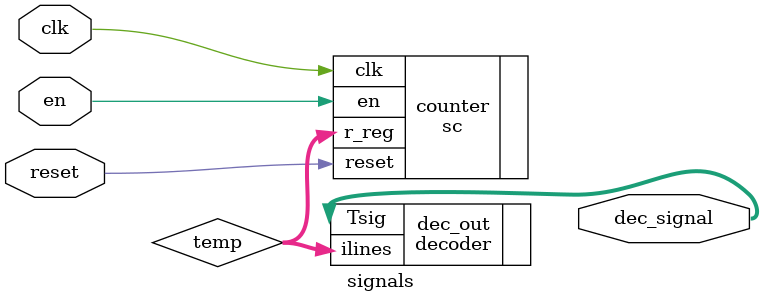
<source format=v>
`include "decoder.v"
`include "sc.v"

module signals(
	input reset, clk, en,
	output [15:0] dec_signal
	);

	wire[3:0] temp;


	sc counter(.en(en), .clk(clk), .reset(reset),
			   .r_reg(temp[3:0]));

	decoder dec_out(.ilines(temp[3:0]),
					.Tsig(dec_signal[15:0]));

endmodule

</source>
